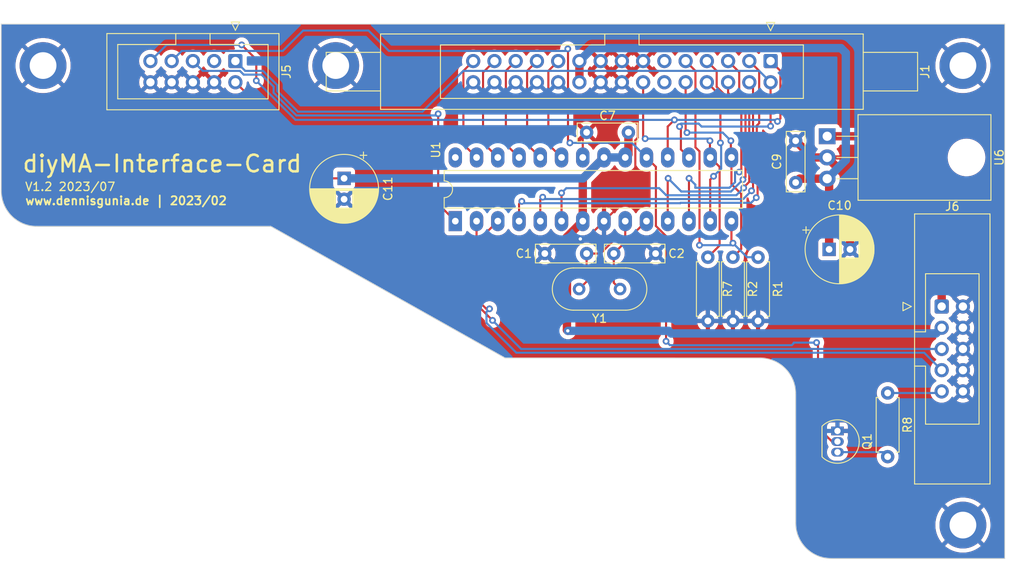
<source format=kicad_pcb>
(kicad_pcb (version 20221018) (generator pcbnew)
  (layers (0 "F.Cu" signal) (31 "B.Cu" signal) (34 "B.Paste" user) (35 "F.Paste" user) (36 "B.SilkS" user "B.Silkscreen") (37 "F.SilkS" user "F.Silkscreen") (38 "B.Mask" user) (39 "F.Mask" user) (44 "Edge.Cuts" user))
  (net 0 "")
  (net 1 "+5V")
  (net 2 "GND")
  (net 3 "+5VA")
  (net 4 "Net-(U1-PB6{slash}XTAL1)")
  (net 5 "Net-(U1-PB7{slash}XTAL2)")
  (net 6 "MATRIX_3")
  (net 10 "MATRIX_7")
  (net 11 "MATRIX_8")
  (net 12 "MATRIX_A")
  (net 13 "MATRIX_B")
  (net 14 "TX")
  (net 15 "MATRIX_C")
  (net 16 "MATRIX_4")
  (net 17 "MATRIX_5")
  (net 18 "MATRIX_6")
  (net 19 "RX")
  (net 20 "\\EVNT")
  (net 21 "Net-(Q1-C)")
  (net 22 "ANALOG_11")
  (net 23 "~{RESET}")
  (net 24 "+12V")
  (net 25 "ANALOG_12")
  (net 27 "ANALOG_13")
  (net 28 "ANALOG_14")
  (net 29 "ANALOG_15")
  (net 30 "ICSP2_MOSI")
  (net 31 "ICSP2_MISO")
  (net 32 "ICSP2_SCK")
  (footprint "Resistor_THT:R_Axial_DIN0207_L6.3mm_D2.5mm_P7.62mm_Horizontal" (layer "F.Cu") (at 127.5 157.94 -90)
    (fp_text reference "R2" (at 3.81 -2.37 -90) (layer "F.SilkS"))
    (fp_text value "10k")
    (pad "1" thru_hole circle (at 0 0 270) (size 1.6 1.6) (drill 0.8) (layers "*.Cu" "*.Mask") (net 13 "MATRIX_B"))
    (pad "2" thru_hole oval (at 7.62 0 270) (size 1.6 1.6) (drill 0.8) (layers "*.Cu" "*.Mask") (net 2 "GND"))
  )
  (footprint "Capacitor_THT:CP_Radial_D8.0mm_P2.50mm" (layer "F.Cu") (at 139 157)
    (fp_text reference "C10" (at 1.25 -5.25) (layer "F.SilkS"))
    (fp_text value "100uF")
    (pad "1" thru_hole rect (at 0 0) (size 1.6 1.6) (drill 0.8) (layers "*.Cu" "*.Mask") (net 3 "+5VA"))
    (pad "2" thru_hole circle (at 2.5 0) (size 1.6 1.6) (drill 0.8) (layers "*.Cu" "*.Mask") (net 2 "GND"))
  )
  (footprint "Capacitor_THT:C_Rect_L7.0mm_W2.0mm_P5.00mm" (layer "F.Cu") (at 135 149 90)
    (fp_text reference "C9" (at 2.5 -2.25 90) (layer "F.SilkS"))
    (fp_text value "100nF")
    (pad "1" thru_hole circle (at 0 0 90) (size 1.6 1.6) (drill 0.8) (layers "*.Cu" "*.Mask") (net 3 "+5VA"))
    (pad "2" thru_hole circle (at 5 0 90) (size 1.6 1.6) (drill 0.8) (layers "*.Cu" "*.Mask") (net 2 "GND"))
  )
  (footprint "Connector_IDC:IDC-Header_2x15_P2.54mm_Latch6.5mm_Vertical" (layer "F.Cu") (at 132 134.46 -90)
    (fp_text reference "J1" (at 1.27 -18.47 90) (layer "F.SilkS"))
    (fp_text value "Conn_02x16_Odd_Even")
    (pad "1" thru_hole roundrect (at 0 0 270) (size 1.7 1.7) (drill 1) (layers "*.Cu" "*.Mask") (roundrect_rratio 0.1470588235) (net 31 "ICSP2_MISO"))
    (pad "2" thru_hole circle (at 2.54 0 270) (size 1.7 1.7) (drill 1) (layers "*.Cu" "*.Mask") (net 30 "ICSP2_MOSI"))
    (pad "3" thru_hole circle (at 0 2.54 270) (size 1.7 1.7) (drill 1) (layers "*.Cu" "*.Mask") (net 6 "MATRIX_3"))
    (pad "4" thru_hole circle (at 2.54 2.54 270) (size 1.7 1.7) (drill 1) (layers "*.Cu" "*.Mask") (net 16 "MATRIX_4"))
    (pad "5" thru_hole circle (at 0 5.08 270) (size 1.7 1.7) (drill 1) (layers "*.Cu" "*.Mask") (net 17 "MATRIX_5"))
    (pad "6" thru_hole circle (at 2.54 5.08 270) (size 1.7 1.7) (drill 1) (layers "*.Cu" "*.Mask") (net 18 "MATRIX_6"))
    (pad "7" thru_hole circle (at 0 7.62 270) (size 1.7 1.7) (drill 1) (layers "*.Cu" "*.Mask") (net 10 "MATRIX_7"))
    (pad "8" thru_hole circle (at 2.54 7.62 270) (size 1.7 1.7) (drill 1) (layers "*.Cu" "*.Mask") (net 11 "MATRIX_8"))
    (pad "9" thru_hole circle (at 0 10.16 270) (size 1.7 1.7) (drill 1) (layers "*.Cu" "*.Mask") (net 12 "MATRIX_A"))
    (pad "10" thru_hole circle (at 2.54 10.16 270) (size 1.7 1.7) (drill 1) (layers "*.Cu" "*.Mask") (net 13 "MATRIX_B"))
    (pad "11" thru_hole circle (at 0 12.7 270) (size 1.7 1.7) (drill 1) (layers "*.Cu" "*.Mask"))
    (pad "12" thru_hole circle (at 2.54 12.7 270) (size 1.7 1.7) (drill 1) (layers "*.Cu" "*.Mask"))
    (pad "13" thru_hole circle (at 0 15.24 270) (size 1.7 1.7) (drill 1) (layers "*.Cu" "*.Mask") (net 2 "GND"))
    (pad "14" thru_hole circle (at 2.54 15.24 270) (size 1.7 1.7) (drill 1) (layers "*.Cu" "*.Mask") (net 15 "MATRIX_C"))
    (pad "15" thru_hole circle (at 0 17.78 270) (size 1.7 1.7) (drill 1) (layers "*.Cu" "*.Mask") (net 2 "GND"))
    (pad "16" thru_hole circle (at 2.54 17.78 270) (size 1.7 1.7) (drill 1) (layers "*.Cu" "*.Mask") (net 2 "GND"))
    (pad "17" thru_hole circle (at 0 20.32 270) (size 1.7 1.7) (drill 1) (layers "*.Cu" "*.Mask") (net 2 "GND"))
    (pad "18" thru_hole circle (at 2.54 20.32 270) (size 1.7 1.7) (drill 1) (layers "*.Cu" "*.Mask") (net 2 "GND"))
    (pad "19" thru_hole circle (at 0 22.86 270) (size 1.7 1.7) (drill 1) (layers "*.Cu" "*.Mask") (net 3 "+5VA"))
    (pad "20" thru_hole circle (at 2.54 22.86 270) (size 1.7 1.7) (drill 1) (layers "*.Cu" "*.Mask") (net 3 "+5VA"))
    (pad "21" thru_hole circle (at 0 25.4 270) (size 1.7 1.7) (drill 1) (layers "*.Cu" "*.Mask") (net 22 "ANALOG_11"))
    (pad "22" thru_hole circle (at 2.54 25.4 270) (size 1.7 1.7) (drill 1) (layers "*.Cu" "*.Mask") (net 2 "GND"))
    (pad "23" thru_hole circle (at 0 27.94 270) (size 1.7 1.7) (drill 1) (layers "*.Cu" "*.Mask") (net 25 "ANALOG_12"))
    (pad "24" thru_hole circle (at 2.54 27.94 270) (size 1.7 1.7) (drill 1) (layers "*.Cu" "*.Mask") (net 2 "GND"))
    (pad "25" thru_hole circle (at 0 30.48 270) (size 1.7 1.7) (drill 1) (layers "*.Cu" "*.Mask") (net 27 "ANALOG_13"))
    (pad "26" thru_hole circle (at 2.54 30.48 270) (size 1.7 1.7) (drill 1) (layers "*.Cu" "*.Mask") (net 2 "GND"))
    (pad "27" thru_hole circle (at 0 33.02 270) (size 1.7 1.7) (drill 1) (layers "*.Cu" "*.Mask") (net 28 "ANALOG_14"))
    (pad "28" thru_hole circle (at 2.54 33.02 270) (size 1.7 1.7) (drill 1) (layers "*.Cu" "*.Mask") (net 2 "GND"))
    (pad "29" thru_hole circle (at 0 35.56 270) (size 1.7 1.7) (drill 1) (layers "*.Cu" "*.Mask") (net 29 "ANALOG_15"))
    (pad "30" thru_hole circle (at 2.54 35.56 270) (size 1.7 1.7) (drill 1) (layers "*.Cu" "*.Mask") (net 2 "GND"))
  )
  (footprint "MountingHole:MountingHole_3.2mm_M3_DIN965_Pad" (layer "F.Cu") (at 45 135)
    (fp_text reference "H4" hide)
    (fp_text value "MountingHole")
    (pad "1" thru_hole circle (at 0 0) (size 5.6 5.6) (drill 3.2) (layers "*.Cu" "*.Mask") (net 2 "GND"))
  )
  (footprint "MountingHole:MountingHole_3.2mm_M3_DIN965_Pad" (layer "F.Cu") (at 155 135)
    (fp_text reference "H6" hide)
    (fp_text value "MountingHole")
    (pad "1" thru_hole circle (at 0 0) (size 5.6 5.6) (drill 3.2) (layers "*.Cu" "*.Mask") (net 2 "GND"))
  )
  (footprint "Package_TO_SOT_THT:TO-92_Inline" (layer "F.Cu") (at 140 178.73 -90)
    (fp_text reference "Q1" (at 1.27 -3.56 90) (layer "F.SilkS"))
    (fp_text value "2N3904")
    (pad "1" thru_hole rect (at 0 0 270) (size 1.05 1.5) (drill 0.75) (layers "*.Cu" "*.Mask") (net 2 "GND"))
    (pad "2" thru_hole oval (at 1.27 0 270) (size 1.05 1.5) (drill 0.75) (layers "*.Cu" "*.Mask") (net 32 "ICSP2_SCK"))
    (pad "3" thru_hole oval (at 2.54 0 270) (size 1.05 1.5) (drill 0.75) (layers "*.Cu" "*.Mask") (net 21 "Net-(Q1-C)"))
  )
  (footprint "Connector_IDC:IDC-Header_2x05_P2.54mm_Latch_Vertical" (layer "F.Cu") (at 152.46 163.84)
    (fp_text reference "J6" (at 1.27 -11.97) (layer "F.SilkS"))
    (fp_text value "Conn_02x05_Odd_Even")
    (pad "1" thru_hole roundrect (at 0 0) (size 1.7 1.7) (drill 1) (layers "*.Cu" "*.Mask") (roundrect_rratio 0.1470588235) (net 24 "+12V"))
    (pad "2" thru_hole circle (at 2.54 0) (size 1.7 1.7) (drill 1) (layers "*.Cu" "*.Mask") (net 2 "GND"))
    (pad "3" thru_hole circle (at 0 2.54) (size 1.7 1.7) (drill 1) (layers "*.Cu" "*.Mask") (net 1 "+5V"))
    (pad "4" thru_hole circle (at 2.54 2.54) (size 1.7 1.7) (drill 1) (layers "*.Cu" "*.Mask") (net 2 "GND"))
    (pad "5" thru_hole circle (at 0 5.08) (size 1.7 1.7) (drill 1) (layers "*.Cu" "*.Mask") (net 14 "TX"))
    (pad "6" thru_hole circle (at 2.54 5.08) (size 1.7 1.7) (drill 1) (layers "*.Cu" "*.Mask") (net 2 "GND"))
    (pad "7" thru_hole circle (at 0 7.62) (size 1.7 1.7) (drill 1) (layers "*.Cu" "*.Mask") (net 19 "RX"))
    (pad "8" thru_hole circle (at 2.54 7.62) (size 1.7 1.7) (drill 1) (layers "*.Cu" "*.Mask") (net 2 "GND"))
    (pad "9" thru_hole circle (at 0 10.16) (size 1.7 1.7) (drill 1) (layers "*.Cu" "*.Mask") (net 20 "\\EVNT"))
    (pad "10" thru_hole circle (at 2.54 10.16) (size 1.7 1.7) (drill 1) (layers "*.Cu" "*.Mask") (net 2 "GND"))
  )
  (footprint "Crystal:Crystal_HC18-U_Vertical" (layer "F.Cu") (at 114 161.75 180)
    (fp_text reference "Y1" (at 2.45 -3.525) (layer "F.SilkS"))
    (fp_text value "16MHz")
    (pad "1" thru_hole circle (at 0 0 180) (size 1.5 1.5) (drill 0.8) (layers "*.Cu" "*.Mask") (net 5 "Net-(U1-PB7{slash}XTAL2)"))
    (pad "2" thru_hole circle (at 4.9 0 180) (size 1.5 1.5) (drill 0.8) (layers "*.Cu" "*.Mask") (net 4 "Net-(U1-PB6{slash}XTAL1)"))
  )
  (footprint "Capacitor_THT:C_Rect_L7.0mm_W2.0mm_P5.00mm" (layer "F.Cu") (at 118.25 157.5 180)
    (fp_text reference "C2" (at -2.5 0) (layer "F.SilkS"))
    (fp_text value "33pF")
    (pad "1" thru_hole circle (at 0 0 180) (size 1.6 1.6) (drill 0.8) (layers "*.Cu" "*.Mask") (net 2 "GND"))
    (pad "2" thru_hole circle (at 5 0 180) (size 1.6 1.6) (drill 0.8) (layers "*.Cu" "*.Mask") (net 5 "Net-(U1-PB7{slash}XTAL2)"))
  )
  (footprint "MountingHole:MountingHole_3.2mm_M3_DIN965_Pad" (layer "F.Cu") (at 80 135)
    (fp_text reference "H6" hide)
    (fp_text value "MountingHole")
    (pad "1" thru_hole circle (at 0 0) (size 5.6 5.6) (drill 3.2) (layers "*.Cu" "*.Mask") (net 2 "GND"))
  )
  (footprint "Resistor_THT:R_Axial_DIN0207_L6.3mm_D2.5mm_P7.62mm_Horizontal" (layer "F.Cu") (at 124.5 157.94 -90)
    (fp_text reference "R7" (at 3.81 -2.37 90) (layer "F.SilkS"))
    (fp_text value "10k")
    (pad "1" thru_hole circle (at 0 0 270) (size 1.6 1.6) (drill 0.8) (layers "*.Cu" "*.Mask") (net 15 "MATRIX_C"))
    (pad "2" thru_hole oval (at 7.62 0 270) (size 1.6 1.6) (drill 0.8) (layers "*.Cu" "*.Mask") (net 2 "GND"))
  )
  (footprint "Connector_IDC:IDC-Header_2x05_P2.54mm_Vertical" (layer "F.Cu") (at 68 134.46 -90)
    (fp_text reference "J5" (at 1.27 -6.1 90) (layer "F.SilkS"))
    (fp_text value "Conn_02x05_Odd_Even")
    (pad "1" thru_hole roundrect (at 0 0 270) (size 1.7 1.7) (drill 1) (layers "*.Cu" "*.Mask") (roundrect_rratio 0.1470588235) (net 30 "ICSP2_MOSI"))
    (pad "2" thru_hole circle (at 2.54 0 270) (size 1.7 1.7) (drill 1) (layers "*.Cu" "*.Mask") (net 1 "+5V"))
    (pad "3" thru_hole circle (at 0 2.54 270) (size 1.7 1.7) (drill 1) (layers "*.Cu" "*.Mask"))
    (pad "4" thru_hole circle (at 2.54 2.54 270) (size 1.7 1.7) (drill 1) (layers "*.Cu" "*.Mask") (net 2 "GND"))
    (pad "5" thru_hole circle (at 0 5.08 270) (size 1.7 1.7) (drill 1) (layers "*.Cu" "*.Mask") (net 23 "~{RESET}"))
    (pad "6" thru_hole circle (at 2.54 5.08 270) (size 1.7 1.7) (drill 1) (layers "*.Cu" "*.Mask") (net 2 "GND"))
    (pad "7" thru_hole circle (at 0 7.62 270) (size 1.7 1.7) (drill 1) (layers "*.Cu" "*.Mask") (net 32 "ICSP2_SCK"))
    (pad "8" thru_hole circle (at 2.54 7.62 270) (size 1.7 1.7) (drill 1) (layers "*.Cu" "*.Mask") (net 2 "GND"))
    (pad "9" thru_hole circle (at 0 10.16 270) (size 1.7 1.7) (drill 1) (layers "*.Cu" "*.Mask") (net 31 "ICSP2_MISO"))
    (pad "10" thru_hole circle (at 2.54 10.16 270) (size 1.7 1.7) (drill 1) (layers "*.Cu" "*.Mask") (net 2 "GND"))
  )
  (footprint "Resistor_THT:R_Axial_DIN0207_L6.3mm_D2.5mm_P7.62mm_Horizontal" (layer "F.Cu") (at 146 174.19 -90)
    (fp_text reference "R8" (at 3.81 -2.37 90) (layer "F.SilkS"))
    (fp_text value "100")
    (pad "1" thru_hole circle (at 0 0 270) (size 1.6 1.6) (drill 0.8) (layers "*.Cu" "*.Mask") (net 20 "\\EVNT"))
    (pad "2" thru_hole oval (at 7.62 0 270) (size 1.6 1.6) (drill 0.8) (layers "*.Cu" "*.Mask") (net 21 "Net-(Q1-C)"))
  )
  (footprint "Capacitor_THT:CP_Radial_D8.0mm_P2.50mm" (layer "F.Cu") (at 81 148.5 -90)
    (fp_text reference "C11" (at 1.25 -5.25 90) (layer "F.SilkS"))
    (fp_text value "100uF")
    (pad "1" thru_hole rect (at 0 0 270) (size 1.6 1.6) (drill 0.8) (layers "*.Cu" "*.Mask") (net 1 "+5V"))
    (pad "2" thru_hole circle (at 2.5 0 270) (size 1.6 1.6) (drill 0.8) (layers "*.Cu" "*.Mask") (net 2 "GND"))
  )
  (footprint "Capacitor_THT:C_Rect_L7.0mm_W2.0mm_P5.00mm" (layer "F.Cu") (at 105 157.5)
    (fp_text reference "C1" (at -2.5 0) (layer "F.SilkS"))
    (fp_text value "33pF")
    (pad "1" thru_hole circle (at 0 0) (size 1.6 1.6) (drill 0.8) (layers "*.Cu" "*.Mask") (net 2 "GND"))
    (pad "2" thru_hole circle (at 5 0) (size 1.6 1.6) (drill 0.8) (layers "*.Cu" "*.Mask") (net 4 "Net-(U1-PB6{slash}XTAL1)"))
  )
  (footprint "MountingHole:MountingHole_3.2mm_M3_DIN965_Pad" (layer "F.Cu") (at 155 190)
    (fp_text reference "H8" hide)
    (fp_text value "MountingHole")
    (pad "1" thru_hole circle (at 0 0) (size 5.6 5.6) (drill 3.2) (layers "*.Cu" "*.Mask") (net 2 "GND"))
  )
  (footprint "Resistor_THT:R_Axial_DIN0207_L6.3mm_D2.5mm_P7.62mm_Horizontal" (layer "F.Cu") (at 130.5 157.94 -90)
    (fp_text reference "R1" (at 3.81 -2.37 90) (layer "F.SilkS"))
    (fp_text value "10k")
    (pad "1" thru_hole circle (at 0 0 270) (size 1.6 1.6) (drill 0.8) (layers "*.Cu" "*.Mask") (net 12 "MATRIX_A"))
    (pad "2" thru_hole oval (at 7.62 0 270) (size 1.6 1.6) (drill 0.8) (layers "*.Cu" "*.Mask") (net 2 "GND"))
  )
  (footprint "Package_TO_SOT_THT:TO-220-3_Horizontal_TabDown" (layer "F.Cu") (at 138.77 143.46 -90)
    (fp_text reference "U6" (at 2.54 -20.58 90) (layer "F.SilkS"))
    (fp_text value "L7805")
    (pad "" np_thru_hole oval (at 2.54 -16.66 270) (size 3.5 3.5) (drill 3.5) (layers "*.Cu" "*.Mask"))
    (pad "1" thru_hole rect (at 0 0 270) (size 1.905 2) (drill 1.1) (layers "*.Cu" "*.Mask") (net 24 "+12V"))
    (pad "2" thru_hole oval (at 2.54 0 270) (size 1.905 2) (drill 1.1) (layers "*.Cu" "*.Mask") (net 2 "GND"))
    (pad "3" thru_hole oval (at 5.08 0 270) (size 1.905 2) (drill 1.1) (layers "*.Cu" "*.Mask") (net 3 "+5VA"))
  )
  (footprint "Package_DIP:DIP-28_W7.62mm_LongPads" (layer "F.Cu") (at 94.3 153.62 90)
    (fp_text reference "U1" (at 8.525 -2.33 90) (layer "F.SilkS"))
    (fp_text value "ATmega8-16P")
    (pad "1" thru_hole rect (at 0 0 90) (size 2.4 1.6) (drill 0.8) (layers "*.Cu" "*.Mask") (net 23 "~{RESET}"))
    (pad "2" thru_hole oval (at 0 2.54 90) (size 2.4 1.6) (drill 0.8) (layers "*.Cu" "*.Mask") (net 14 "TX"))
    (pad "3" thru_hole oval (at 0 5.08 90) (size 2.4 1.6) (drill 0.8) (layers "*.Cu" "*.Mask") (net 19 "RX"))
    (pad "4" thru_hole oval (at 0 7.62 90) (size 2.4 1.6) (drill 0.8) (layers "*.Cu" "*.Mask") (net 6 "MATRIX_3"))
    (pad "5" thru_hole oval (at 0 10.16 90) (size 2.4 1.6) (drill 0.8) (layers "*.Cu" "*.Mask") (net 16 "MATRIX_4"))
    (pad "6" thru_hole oval (at 0 12.7 90) (size 2.4 1.6) (drill 0.8) (layers "*.Cu" "*.Mask") (net 17 "MATRIX_5"))
    (pad "7" thru_hole oval (at 0 15.24 90) (size 2.4 1.6) (drill 0.8) (layers "*.Cu" "*.Mask") (net 1 "+5V"))
    (pad "8" thru_hole oval (at 0 17.78 90) (size 2.4 1.6) (drill 0.8) (layers "*.Cu" "*.Mask") (net 2 "GND"))
    (pad "9" thru_hole oval (at 0 20.32 90) (size 2.4 1.6) (drill 0.8) (layers "*.Cu" "*.Mask") (net 4 "Net-(U1-PB6{slash}XTAL1)"))
    (pad "10" thru_hole oval (at 0 22.86 90) (size 2.4 1.6) (drill 0.8) (layers "*.Cu" "*.Mask") (net 5 "Net-(U1-PB7{slash}XTAL2)"))
    (pad "11" thru_hole oval (at 0 25.4 90) (size 2.4 1.6) (drill 0.8) (layers "*.Cu" "*.Mask") (net 18 "MATRIX_6"))
    (pad "12" thru_hole oval (at 0 27.94 90) (size 2.4 1.6) (drill 0.8) (layers "*.Cu" "*.Mask") (net 10 "MATRIX_7"))
    (pad "13" thru_hole oval (at 0 30.48 90) (size 2.4 1.6) (drill 0.8) (layers "*.Cu" "*.Mask") (net 11 "MATRIX_8"))
    (pad "14" thru_hole oval (at 0 33.02 90) (size 2.4 1.6) (drill 0.8) (layers "*.Cu" "*.Mask") (net 12 "MATRIX_A"))
    (pad "15" thru_hole oval (at 7.62 33.02 90) (size 2.4 1.6) (drill 0.8) (layers "*.Cu" "*.Mask") (net 13 "MATRIX_B"))
    (pad "16" thru_hole oval (at 7.62 30.48 90) (size 2.4 1.6) (drill 0.8) (layers "*.Cu" "*.Mask") (net 15 "MATRIX_C"))
    (pad "17" thru_hole oval (at 7.62 27.94 90) (size 2.4 1.6) (drill 0.8) (layers "*.Cu" "*.Mask") (net 30 "ICSP2_MOSI"))
    (pad "18" thru_hole oval (at 7.62 25.4 90) (size 2.4 1.6) (drill 0.8) (layers "*.Cu" "*.Mask") (net 31 "ICSP2_MISO"))
    (pad "19" thru_hole oval (at 7.62 22.86 90) (size 2.4 1.6) (drill 0.8) (layers "*.Cu" "*.Mask") (net 32 "ICSP2_SCK"))
    (pad "20" thru_hole oval (at 7.62 20.32 90) (size 2.4 1.6) (drill 0.8) (layers "*.Cu" "*.Mask") (net 1 "+5V"))
    (pad "21" thru_hole oval (at 7.62 17.78 90) (size 2.4 1.6) (drill 0.8) (layers "*.Cu" "*.Mask") (net 1 "+5V"))
    (pad "22" thru_hole oval (at 7.62 15.24 90) (size 2.4 1.6) (drill 0.8) (layers "*.Cu" "*.Mask") (net 2 "GND"))
    (pad "23" thru_hole oval (at 7.62 12.7 90) (size 2.4 1.6) (drill 0.8) (layers "*.Cu" "*.Mask") (net 22 "ANALOG_11"))
    (pad "24" thru_hole oval (at 7.62 10.16 90) (size 2.4 1.6) (drill 0.8) (layers "*.Cu" "*.Mask") (net 25 "ANALOG_12"))
    (pad "25" thru_hole oval (at 7.62 7.62 90) (size 2.4 1.6) (drill 0.8) (layers "*.Cu" "*.Mask") (net 27 "ANALOG_13"))
    (pad "26" thru_hole oval (at 7.62 5.08 90) (size 2.4 1.6) (drill 0.8) (layers "*.Cu" "*.Mask") (net 28 "ANALOG_14"))
    (pad "27" thru_hole oval (at 7.62 2.54 90) (size 2.4 1.6) (drill 0.8) (layers "*.Cu" "*.Mask") (net 29 "ANALOG_15"))
    (pad "28" thru_hole oval (at 7.62 0 90) (size 2.4 1.6) (drill 0.8) (layers "*.Cu" "*.Mask"))
  )
  (footprint "Capacitor_THT:C_Rect_L7.0mm_W2.0mm_P5.00mm" (layer "F.Cu") (at 115 143 180)
    (fp_text reference "C7" (at 2.5 2) (layer "F.SilkS"))
    (fp_text value "100nF")
    (pad "1" thru_hole circle (at 0 0 180) (size 1.6 1.6) (drill 0.8) (layers "*.Cu" "*.Mask") (net 1 "+5V"))
    (pad "2" thru_hole circle (at 5 0 180) (size 1.6 1.6) (drill 0.8) (layers "*.Cu" "*.Mask") (net 2 "GND"))
  )
  (gr_line (start 100.25 170) (end 130.744796 170.005204) (stroke (width 0.1)) (layer "Edge.Cuts"))
  (gr_line (start 160 130.038) (end 40 130.038) (stroke (width 0.1)) (layer "Edge.Cuts"))
  (gr_line (start 139.25 194) (end 160 194) (stroke (width 0.1)) (layer "Edge.Cuts"))
  (gr_arc (start 130.744796 170.005204) (mid 133.75 171.25) (end 134.994796 174.255204) (stroke (width 0.1)) (layer "Edge.Cuts"))
  (gr_line (start 44.25 154.25) (end 72.25 154.25) (stroke (width 0.1)) (layer "Edge.Cuts"))
  (gr_line (start 72.25 154.25) (end 100.25 170) (stroke (width 0.1)) (layer "Edge.Cuts"))
  (gr_line (start 40 130.038) (end 40 150) (stroke (width 0.1)) (layer "Edge.Cuts"))
  (gr_arc (start 139.25 194) (mid 136.244796 192.755204) (end 135 189.75) (stroke (width 0.1)) (layer "Edge.Cuts"))
  (gr_arc (start 44.25 154.25) (mid 41.244796 153.005204) (end 40 150) (stroke (width 0.1)) (layer "Edge.Cuts"))
  (gr_line (start 134.994796 174.255204) (end 135 189.75) (stroke (width 0.1)) (layer "Edge.Cuts"))
  (gr_line (start 160 194) (end 160 130.038) (stroke (width 0.1)) (layer "Edge.Cuts"))
  (gr_text "V1.2 2023/07" (at 48.25 149.5) (layer "F.SilkS") (effects (font (size 1 1))))
  (gr_text "diyMA-Interface-Card" (at 59.25 146.75) (layer "F.SilkS") (effects (font (size 2 2) (thickness 0.3))))
  (gr_text "www.dennisgunia.de | 2023/02" (at 54.93 151.18) (layer "F.SilkS") (effects (font (size 1 1) (thickness 0.2))))
  (segment (start 115 145.62) (end 114.62 146) (width 1) (layer "F.Cu") (net 1))
  (segment (start 107.65 155.51) (end 109.54 153.62) (width 1) (layer "F.Cu") (net 1))
  (segment (start 109.54 153.62) (end 109.54 148.54) (width 1) (layer "F.Cu") (net 1))
  (segment (start 115 143) (end 115 145.62) (width 1) (layer "F.Cu") (net 1))
  (segment (start 68 137) (end 79.5 148.5) (width 0.25) (layer "F.Cu") (net 1))
  (segment (start 79.5 148.5) (end 81 148.5) (width 0.25) (layer "F.Cu") (net 1))
  (segment (start 109.54 148.54) (end 112.08 146) (width 1) (layer "F.Cu") (net 1))
  (segment (start 107.65 166.65) (end 107.65 155.51) (width 1) (layer "F.Cu") (net 1))
  (segment (start 107.75 166.75) (end 107.65 166.65) (width 1) (layer "F.Cu") (net 1))
  (via (at 107.75 166.75) (size 0.8) (drill 0.4) (layers "F.Cu" "B.Cu") (net 1))
  (segment (start 120.115635 167.06) (end 119.805635 166.75) (width 1) (layer "B.Cu") (net 1))
  (segment (start 151.78 167.06) (end 120.115635 167.06) (width 1) (layer "B.Cu") (net 1))
  (segment (start 152.46 166.38) (end 151.78 167.06) (width 1) (layer "B.Cu") (net 1))
  (segment (start 112.08 146) (end 109.58 148.5) (width 1) (layer "B.Cu") (net 1))
  (segment (start 119.805635 166.75) (end 107.75 166.75) (width 1) (layer "B.Cu") (net 1))
  (segment (start 109.58 148.5) (end 81 148.5) (width 1) (layer "B.Cu") (net 1))
  (segment (start 112.08 146) (end 114.62 146) (width 1) (layer "B.Cu") (net 1))
  (segment (start 115.825 149.875) (end 115.825 143.925) (width 0.25) (layer "F.Cu") (net 2))
  (segment (start 141.5 157) (end 141.5 148.73) (width 1) (layer "F.Cu") (net 2))
  (segment (start 109.54 143.46) (end 110 143) (width 0.25) (layer "F.Cu") (net 2))
  (segment (start 135 144) (end 137 146) (width 1) (layer "F.Cu") (net 2))
  (segment (start 141.5 148.73) (end 138.77 146) (width 1) (layer "F.Cu") (net 2))
  (segment (start 112.08 153.62) (end 109.95 155.75) (width 0.25) (layer "F.Cu") (net 2))
  (segment (start 116.125 138.905) (end 114.22 137) (width 0.25) (layer "F.Cu") (net 2))
  (segment (start 116.125 143.625) (end 116.125 138.905) (width 0.25) (layer "F.Cu") (net 2))
  (segment (start 112.08 153.62) (end 115.825 149.875) (width 0.25) (layer "F.Cu") (net 2))
  (segment (start 137 146) (end 138.77 146) (width 1) (layer "F.Cu") (net 2))
  (segment (start 115.825 143.925) (end 116.125 143.625) (width 0.25) (layer "F.Cu") (net 2))
  (segment (start 109.95 155.75) (end 109.25 155.75) (width 0.25) (layer "F.Cu") (net 2))
  (segment (start 109.54 146) (end 109.54 143.46) (width 0.25) (layer "F.Cu") (net 2))
  (via (at 109.25 155.75) (size 0.8) (drill 0.4) (layers "F.Cu" "B.Cu") (net 2))
  (segment (start 106.5 156) (end 105 157.5) (width 0.25) (layer "B.Cu") (net 2))
  (segment (start 109.25 155.75) (end 109 156) (width 0.25) (layer "B.Cu") (net 2))
  (segment (start 109 156) (end 106.5 156) (width 0.25) (layer "B.Cu") (net 2))
  (segment (start 139 148.77) (end 138.77 148.54) (width 1) (layer "F.Cu") (net 3))
  (segment (start 138.77 148.54) (end 135.46 148.54) (width 1) (layer "F.Cu") (net 3))
  (segment (start 139 157) (end 139 148.77) (width 1) (layer "F.Cu") (net 3))
  (segment (start 135.46 148.54) (end 135 149) (width 1) (layer "F.Cu") (net 3))
  (segment (start 109.14 134.46) (end 109.14 137) (width 1) (layer "F.Cu") (net 3))
  (segment (start 110.69 132.91) (end 140.41 132.91) (width 1) (layer "B.Cu") (net 3))
  (segment (start 140.41 132.91) (end 141 133.5) (width 1) (layer "B.Cu") (net 3))
  (segment (start 141 146.31) (end 141 133.5) (width 1) (layer "B.Cu") (net 3))
  (segment (start 109.14 134.46) (end 110.69 132.91) (width 1) (layer "B.Cu") (net 3))
  (segment (start 138.77 148.54) (end 141 146.31) (width 1) (layer "B.Cu") (net 3))
  (segment (start 110 160.85) (end 109.1 161.75) (width 0.25) (layer "F.Cu") (net 4))
  (segment (start 113.409009 155.75) (end 114.25 155.75) (width 0.25) (layer "F.Cu") (net 4))
  (segment (start 110 157.5) (end 110 160.85) (width 0.25) (layer "F.Cu") (net 4))
  (segment (start 110 157.5) (end 111.659009 157.5) (width 0.25) (layer "F.Cu") (net 4))
  (segment (start 114.62 155.38) (end 114.62 153.62) (width 0.25) (layer "F.Cu") (net 4))
  (segment (start 111.659009 157.5) (end 113.409009 155.75) (width 0.25) (layer "F.Cu") (net 4))
  (segment (start 114.25 155.75) (end 114.62 155.38) (width 0.25) (layer "F.Cu") (net 4))
  (segment (start 113.25 161) (end 114 161.75) (width 0.25) (layer "F.Cu") (net 5))
  (segment (start 113.25 157.5) (end 117.13 153.62) (width 0.25) (layer "F.Cu") (net 5))
  (segment (start 117.13 153.62) (end 117.16 153.62) (width 0.25) (layer "F.Cu") (net 5))
  (segment (start 113.25 157.5) (end 113.25 161) (width 0.25) (layer "F.Cu") (net 5))
  (segment (start 130.35 142.186396) (end 130.35 145.75) (width 0.25) (layer "F.Cu") (net 6))
  (segment (start 129.46 134.46) (end 130.635 135.635) (width 0.25) (layer "F.Cu") (net 6))
  (segment (start 130.35 145.75) (end 130.35 148.25) (width 0.25) (layer "F.Cu") (net 6))
  (segment (start 130.447051 150.650308) (end 130.289754 150.807605) (width 0.25) (layer "F.Cu") (net 6))
  (segment (start 130.35 148.25) (end 130.447051 148.347051) (width 0.25) (layer "F.Cu") (net 6))
  (segment (start 130.635 141.901396) (end 130.35 142.186396) (width 0.25) (layer "F.Cu") (net 6))
  (segment (start 130.635 135.635) (end 130.635 141.901396) (width 0.25) (layer "F.Cu") (net 6))
  (segment (start 130.447051 148.347051) (end 130.447051 150.650308) (width 0.25) (layer "F.Cu") (net 6))
  (segment (start 101.92 151.58) (end 101.92 153.62) (width 0.25) (layer "F.Cu") (net 6))
  (segment (start 102.25 151.25) (end 101.92 151.58) (width 0.25) (layer "F.Cu") (net 6))
  (via (at 102.25 151.25) (size 0.8) (drill 0.4) (layers "F.Cu" "B.Cu") (net 6))
  (via (at 130.289754 150.807605) (size 0.8) (drill 0.4) (layers "F.Cu" "B.Cu") (net 6))
  (segment (start 102.475 151.475) (end 102.25 151.25) (width 0.25) (layer "B.Cu") (net 6))
  (segment (start 130.289754 150.807605) (end 129.672359 151.425) (width 0.25) (layer "B.Cu") (net 6))
  (segment (start 121.25 151.425) (end 121.2 151.475) (width 0.25) (layer "B.Cu") (net 6))
  (segment (start 121.2 151.475) (end 102.475 151.475) (width 0.25) (layer "B.Cu") (net 6))
  (segment (start 129.672359 151.425) (end 121.25 151.425) (width 0.25) (layer "B.Cu") (net 6))
  (segment (start 122.24 148.51) (end 122.24 153.62) (width 0.25) (layer "F.Cu") (net 10))
  (segment (start 122.25 148.5) (end 122.24 148.51) (width 0.25) (layer "F.Cu") (net 10))
  (segment (start 124.38 134.46) (end 125.555 135.635) (width 0.25) (layer "F.Cu") (net 10))
  (segment (start 125.555 137.538604) (end 128.5 140.483604) (width 0.25) (layer "F.Cu") (net 10))
  (segment (start 125.555 135.635) (end 125.555 137.538604) (width 0.25) (layer "F.Cu") (net 10))
  (segment (start 128.5 147.5) (end 128.25 147.75) (width 0.25) (layer "F.Cu") (net 10))
  (segment (start 128.5 140.483604) (end 128.5 147.5) (width 0.25) (layer "F.Cu") (net 10))
  (via (at 122.25 148.5) (size 0.8) (drill 0.4) (layers "F.Cu" "B.Cu") (net 10))
  (via (at 128.25 147.75) (size 0.8) (drill 0.4) (layers "F.Cu" "B.Cu") (net 10))
  (segment (start 127.75 148.954577) (end 127.079577 149.625) (width 0.25) (layer "B.Cu") (net 10))
  (segment (start 127.079577 149.625) (end 123 149.625) (width 0.25) (layer "B.Cu") (net 10))
  (segment (start 123 149.625) (end 123 149.25) (width 0.25) (layer "B.Cu") (net 10))
  (segment (start 128.25 147.75) (end 127.75 147.75) (width 0.25) (layer "B.Cu") (net 10))
  (segment (start 127.75 147.75) (end 127.75 148.954577) (width 0.25) (layer "B.Cu") (net 10))
  (segment (start 123 149.25) (end 122.25 148.5) (width 0.25) (layer "B.Cu") (net 10))
  (segment (start 124.78 148.6505) (end 125.1805 148.25) (width 0.25) (layer "F.Cu") (net 11))
  (segment (start 126 138.62) (end 124.38 137) (width 0.25) (layer "F.Cu") (net 11))
  (segment (start 126 144.25) (end 126 138.62) (width 0.25) (layer "F.Cu") (net 11))
  (segment (start 124.78 153.62) (end 124.78 148.6505) (width 0.25) (layer "F.Cu") (net 11))
  (via (at 126 144.25) (size 0.8) (drill 0.4) (layers "F.Cu" "B.Cu") (net 11))
  (via (at 125.1805 148.25) (size 0.8) (drill 0.4) (layers "F.Cu" "B.Cu") (net 11))
  (segment (start 125.1805 148.25) (end 126.089104 147.341396) (width 0.25) (layer "B.Cu") (net 11))
  (segment (start 126.089104 147.341396) (end 126.089104 144.339104) (width 0.25) (layer "B.Cu") (net 11))
  (segment (start 126.089104 144.339104) (end 126 144.25) (width 0.25) (layer "B.Cu") (net 11))
  (segment (start 123.5 145.26901) (end 123.5 156.5) (width 0.25) (layer "F.Cu") (net 12))
  (segment (start 121.84 134.46) (end 123.015 135.635) (width 0.25) (layer "F.Cu") (net 12))
  (segment (start 127.5 156.25) (end 127.32 156.07) (width 0.25) (layer "F.Cu") (net 12))
  (segment (start 123.015 144.78401) (end 123.5 145.26901) (width 0.25) (layer "F.Cu") (net 12))
  (segment (start 123.015 135.635) (end 123.015 144.78401) (width 0.25) (layer "F.Cu") (net 12))
  (segment (start 127.32 156.07) (end 127.32 153.62) (width 0.25) (layer "F.Cu") (net 12))
  (via (at 123.5 156.5) (size 0.8) (drill 0.4) (layers "F.Cu" "B.Cu") (net 12))
  (via (at 127.5 156.25) (size 0.8) (drill 0.4) (layers "F.Cu" "B.Cu") (net 12))
  (segment (start 127.25 156.5) (end 127.5 156.25) (width 0.25) (layer "B.Cu") (net 12))
  (segment (start 127.5 156.25) (end 129.19 157.94) (width 0.25) (layer "B.Cu") (net 12))
  (segment (start 129.19 157.94) (end 130.5 157.94) (width 0.25) (layer "B.Cu") (net 12))
  (segment (start 123.5 156.5) (end 127.25 156.5) (width 0.25) (layer "B.Cu") (net 12))
  (segment (start 127.5 157.94) (end 128.483781 156.956219) (width 0.25) (layer "F.Cu") (net 13))
  (segment (start 127.25 144) (end 127.25 145.93) (width 0.25) (layer "F.Cu") (net 13))
  (segment (start 128.483781 150.364682) (end 127.32 149.200901) (width 0.25) (layer "F.Cu") (net 13))
  (segment (start 127.32 149.200901) (end 127.32 146) (width 0.25) (layer "F.Cu") (net 13))
  (segment (start 127.25 145.93) (end 127.32 146) (width 0.25) (layer "F.Cu") (net 13))
  (segment (start 121.84 142.8655) (end 122 143.0255) (width 0.25) (layer "F.Cu") (net 13))
  (segment (start 121.84 137) (end 121.84 142.8655) (width 0.25) (layer "F.Cu") (net 13))
  (segment (start 128.483781 156.956219) (end 128.483781 150.364682) (width 0.25) (layer "F.Cu") (net 13))
  (via (at 127.25 144) (size 0.8) (drill 0.4) (layers "F.Cu" "B.Cu") (net 13))
  (via (at 122 143.0255) (size 0.8) (drill 0.4) (layers "F.Cu" "B.Cu") (net 13))
  (segment (start 126.2755 143.0255) (end 127.25 144) (width 0.25) (layer "B.Cu") (net 13))
  (segment (start 122 143.0255) (end 126.2755 143.0255) (width 0.25) (layer "B.Cu") (net 13))
  (segment (start 98.75 165.5) (end 96.84 163.59) (width 0.25) (layer "F.Cu") (net 14))
  (segment (start 96.84 163.59) (end 96.84 153.62) (width 0.25) (layer "F.Cu") (net 14))
  (via (at 98.75 165.5) (size 0.8) (drill 0.4) (layers "F.Cu" "B.Cu") (net 14))
  (segment (start 102.17 168.92) (end 98.75 165.5) (width 0.25) (layer "B.Cu") (net 14))
  (segment (start 152.46 168.92) (end 102.17 168.92) (width 0.25) (layer "B.Cu") (net 14))
  (segment (start 124.78 146) (end 125.905 147.125) (width 0.25) (layer "F.Cu") (net 15))
  (segment (start 125.905 147.125) (end 125.905 156.535) (width 0.25) (layer "F.Cu") (net 15))
  (segment (start 124.75 144) (end 124.75 145.97) (width 0.25) (layer "F.Cu") (net 15))
  (segment (start 116.76 137) (end 116.76 143.51) (width 0.25) (layer "F.Cu") (net 15))
  (segment (start 124.75 145.97) (end 124.78 146) (width 0.25) (layer "F.Cu") (net 15))
  (segment (start 124.5 157.94) (end 125.905 156.535) (width 0.25) (layer "F.Cu") (net 15))
  (segment (start 116.76 143.51) (end 117 143.75) (width 0.25) (layer "F.Cu") (net 15))
  (via (at 117 143.75) (size 0.8) (drill 0.4) (layers "F.Cu" "B.Cu") (net 15))
  (via (at 124.75 144) (size 0.8) (drill 0.4) (layers "F.Cu" "B.Cu") (net 15))
  (segment (start 124.5 143.75) (end 124.75 144) (width 0.25) (layer "B.Cu") (net 15))
  (segment (start 117 143.75) (end 124.5 143.75) (width 0.25) (layer "B.Cu") (net 15))
  (segment (start 129.9 142) (end 129.9 149.807027) (width 0.25) (layer "F.Cu") (net 16))
  (segment (start 104.46 151.04) (end 104.46 153.62) (width 0.25) (layer "F.Cu") (net 16))
  (segment (start 129.9 149.807027) (end 129.722051 149.984976) (width 0.25) (layer "F.Cu") (net 16))
  (segment (start 129.46 137) (end 129.9 137.44) (width 0.25) (layer "F.Cu") (net 16))
  (segment (start 129.9 137.44) (end 129.9 142) (width 0.25) (layer "F.Cu") (net 16))
  (segment (start 104.75 150.75) (end 104.46 151.04) (width 0.25) (layer "F.Cu") (net 16))
  (via (at 104.75 150.75) (size 0.8) (drill 0.4) (layers "F.Cu" "B.Cu") (net 16))
  (via (at 129.722051 149.984976) (size 0.8) (drill 0.4) (layers "F.Cu" "B.Cu") (net 16))
  (segment (start 128.732027 150.975) (end 104.975 150.975) (width 0.25) (layer "B.Cu") (net 16))
  (segment (start 104.975 150.975) (end 104.75 150.75) (width 0.25) (layer "B.Cu") (net 16))
  (segment (start 129.722051 149.984976) (end 128.732027 150.975) (width 0.25) (layer "B.Cu") (net 16))
  (segment (start 126.92 134.46) (end 128.25 135.79) (width 0.25) (layer "F.Cu") (net 17))
  (segment (start 107 150.25) (end 107 153.62) (width 0.25) (layer "F.Cu") (net 17))
  (segment (start 129.45 140.160812) (end 129.45 143.5) (width 0.25) (layer "F.Cu") (net 17))
  (segment (start 129.45 148.916278) (end 128.997296 149.368982) (width 0.25) (layer "F.Cu") (net 17))
  (segment (start 129.45 143.5) (end 129.45 148.527369) (width 0.25) (layer "F.Cu") (net 17))
  (segment (start 128.997296 149.426472) (end 128.784086 149.639682) (width 0.25) (layer "F.Cu") (net 17))
  (segment (start 128.25 138.960812) (end 128.526396 139.237208) (width 0.25) (layer "F.Cu") (net 17))
  (segment (start 128.526396 139.237208) (end 129.45 140.160812) (width 0.25) (layer "F.Cu") (net 17))
  (segment (start 129.45 148.527369) (end 129.45 148.916278) (width 0.25) (layer "F.Cu") (net 17))
  (segment (start 128.997296 149.368982) (end 128.997296 149.426472) (width 0.25) (layer "F.Cu") (net 17))
  (segment (start 128.25 135.79) (end 128.25 138.960812) (width 0.25) (layer "F.Cu") (net 17))
  (via (at 107 150.25) (size 0.8) (drill 0.4) (layers "F.Cu" "B.Cu") (net 17))
  (via (at 128.784086 149.639682) (size 0.8) (drill 0.4) (layers "F.Cu" "B.Cu") (net 17))
  (segment (start 118.675 149.675) (end 119.525 150.525) (width 0.25) (layer "B.Cu") (net 17))
  (segment (start 107 150.25) (end 107.575 149.675) (width 0.25) (layer "B.Cu") (net 17))
  (segment (start 127.898768 150.525) (end 128.784086 149.639682) (width 0.25) (layer "B.Cu") (net 17))
  (segment (start 119.525 150.525) (end 127.898768 150.525) (width 0.25) (layer "B.Cu") (net 17))
  (segment (start 107.575 149.675) (end 118.675 149.675) (width 0.25) (layer "B.Cu") (net 17))
  (segment (start 129 142.25) (end 129 148.340973) (width 0.25) (layer "F.Cu") (net 18))
  (segment (start 129 148.340973) (end 128.696991 148.643982) (width 0.25) (layer "F.Cu") (net 18))
  (segment (start 119.7 148.55) (end 119.7 153.62) (width 0.25) (layer "F.Cu") (net 18))
  (segment (start 126.92 138.267208) (end 128.076396 139.423604) (width 0.25) (layer "F.Cu") (net 18))
  (segment (start 126.92 137) (end 126.92 138.267208) (width 0.25) (layer "F.Cu") (net 18))
  (segment (start 128.076396 139.423604) (end 129 140.347208) (width 0.25) (layer "F.Cu") (net 18))
  (segment (start 119.75 148.5) (end 119.7 148.55) (width 0.25) (layer "F.Cu") (net 18))
  (segment (start 129 140.347208) (end 129 142.25) (width 0.25) (layer "F.Cu") (net 18))
  (via (at 128.696991 148.643982) (size 0.8) (drill 0.4) (layers "F.Cu" "B.Cu") (net 18))
  (via (at 119.75 148.5) (size 0.8) (drill 0.4) (layers "F.Cu" "B.Cu") (net 18))
  (segment (start 127.265973 150.075) (end 128.696991 148.643982) (width 0.25) (layer "B.Cu") (net 18))
  (segment (start 119.75 148.5) (end 121.325 150.075) (width 0.25) (layer "B.Cu") (net 18))
  (segment (start 121.325 150.075) (end 127.265973 150.075) (width 0.25) (layer "B.Cu") (net 18))
  (segment (start 97.999097 164.112701) (end 97.29 163.403604) (width 0.25) (layer "F.Cu") (net 19))
  (segment (start 98.387299 164.112701) (end 97.999097 164.112701) (width 0.25) (layer "F.Cu") (net 19))
  (segment (start 97.29 155.71) (end 99.38 153.62) (width 0.25) (layer "F.Cu") (net 19))
  (segment (start 97.29 163.403604) (end 97.29 155.71) (width 0.25) (layer "F.Cu") (net 19))
  (via (at 98.387299 164.112701) (size 0.8) (drill 0.4) (layers "F.Cu" "B.Cu") (net 19))
  (segment (start 149 169.37) (end 130.5 169.37) (width 0.25) (layer "B.Cu") (net 19))
  (segment (start 152.46 171.46) (end 150.37 169.37) (width 0.25) (layer "B.Cu") (net 19))
  (segment (start 150.37 169.37) (end 149 169.37) (width 0.25) (layer "B.Cu") (net 19))
  (segment (start 98.025 165.800305) (end 98.025 164.475) (width 0.25) (layer "B.Cu") (net 19))
  (segment (start 101.594695 169.37) (end 98.025 165.800305) (width 0.25) (layer "B.Cu") (net 19))
  (segment (start 130.5 169.37) (end 101.594695 169.37) (width 0.25) (layer "B.Cu") (net 19))
  (segment (start 98.025 164.475) (end 98.387299 164.112701) (width 0.25) (layer "B.Cu") (net 19))
  (segment (start 146 174.19) (end 152.27 174.19) (width 0.25) (layer "B.Cu") (net 20))
  (segment (start 152.27 174.19) (end 152.46 174) (width 0.25) (layer "B.Cu") (net 20))
  (segment (start 145.46 181.27) (end 146 181.81) (width 0.25) (layer "B.Cu") (net 21))
  (segment (start 140 181.27) (end 145.46 181.27) (width 0.25) (layer "B.Cu") (net 21))
  (segment (start 107 146) (end 105.425 144.425) (width 0.25) (layer "F.Cu") (net 22))
  (segment (start 105.425 144.425) (end 105.425 135.635) (width 0.25) (layer "F.Cu") (net 22))
  (segment (start 105.425 135.635) (end 106.6 134.46) (width 0.25) (layer "F.Cu") (net 22))
  (segment (start 92.25 151.57) (end 92.25 140.7755) (width 0.25) (layer "F.Cu") (net 23))
  (segment (start 92.25 151.57) (end 94.3 153.62) (width 0.25) (layer "F.Cu") (net 23))
  (via (at 92.25 140.7755) (size 0.8) (drill 0.4) (layers "F.Cu" "B.Cu") (net 23))
  (segment (start 71.12 136.085) (end 72.573448 137.538448) (width 0.25) (layer "B.Cu") (net 23))
  (segment (start 72.573448 137.538448) (end 72.573448 138.246552) (width 0.25) (layer "B.Cu") (net 23))
  (segment (start 92.0555 140.97) (end 92.25 140.7755) (width 0.25) (layer "B.Cu") (net 23))
  (segment (start 68.538604 135.635) (end 68.988604 136.085) (width 0.25) (layer "B.Cu") (net 23))
  (segment (start 62.92 134.46) (end 64.095 135.635) (width 0.25) (layer "B.Cu") (net 23))
  (segment (start 72.573448 138.246552) (end 75.296896 140.97) (width 0.25) (layer "B.Cu") (net 23))
  (segment (start 68.988604 136.085) (end 71.12 136.085) (width 0.25) (layer "B.Cu") (net 23))
  (segment (start 75.296896 140.97) (end 92.0555 140.97) (width 0.25) (layer "B.Cu") (net 23))
  (segment (start 64.095 135.635) (end 68.538604 135.635) (width 0.25) (layer "B.Cu") (net 23))
  (segment (start 152.46 163.84) (end 152.46 151.21) (width 1) (layer "F.Cu") (net 24))
  (segment (start 144.71 143.46) (end 138.77 143.46) (width 1) (layer "F.Cu") (net 24))
  (segment (start 152.46 151.21) (end 144.71 143.46) (width 1) (layer "F.Cu") (net 24))
  (segment (start 102.885 135.635) (end 104.06 134.46) (width 0.25) (layer "F.Cu") (net 25))
  (segment (start 104.46 146) (end 102.885 144.425) (width 0.25) (layer "F.Cu") (net 25))
  (segment (start 102.885 144.425) (end 102.885 135.635) (width 0.25) (layer "F.Cu") (net 25))
  (segment (start 100.345 135.635) (end 100.345 144.425) (width 0.25) (layer "F.Cu") (net 27))
  (segment (start 101.52 134.46) (end 100.345 135.635) (width 0.25) (layer "F.Cu") (net 27))
  (segment (start 100.345 144.425) (end 101.92 146) (width 0.25) (layer "F.Cu") (net 27))
  (segment (start 97.615 144.235) (end 97.615 135.825) (width 0.25) (layer "F.Cu") (net 28))
  (segment (start 97.615 135.825) (end 98.98 134.46) (width 0.25) (layer "F.Cu") (net 28))
  (segment (start 99.38 146) (end 97.615 144.235) (width 0.25) (layer "F.Cu") (net 28))
  (segment (start 96.84 146) (end 95.265 144.425) (width 0.25) (layer "F.Cu") (net 29))
  (segment (start 95.265 135.635) (end 96.44 134.46) (width 0.25) (layer "F.Cu") (net 29))
  (segment (start 95.265 144.425) (end 95.265 135.635) (width 0.25) (layer "F.Cu") (net 29))
  (segment (start 122.24 146) (end 121.275 145.035) (width 0.25) (layer "F.Cu") (net 30))
  (segment (start 121.275 142.460895) (end 121.1155 142.301395) (width 0.25) (layer "F.Cu") (net 30))
  (segment (start 132 142.25) (end 132 137) (width 0.25) (layer "F.Cu") (net 30))
  (segment (start 121.275 145.035) (end 121.275 142.460895) (width 0.25) (layer "F.Cu") (net 30))
  (via (at 132 142.25) (size 0.8) (drill 0.4) (layers "F.Cu" "B.Cu") (net 30))
  (via (at 121.1155 142.301395) (size 0.8) (drill 0.4) (layers "F.Cu" "B.Cu") (net 30))
  (segment (start 69.175 135.635) (end 71.306396 135.635) (width 0.25) (layer "B.Cu") (net 30))
  (segment (start 131.948605 142.301395) (end 132 142.25) (width 0.25) (layer "B.Cu") (net 30))
  (segment (start 121.1155 142.1345) (end 121.3 141.95) (width 0.25) (layer "B.Cu") (net 30))
  (segment (start 95.25 135.635) (end 130.635 135.635) (width 0.25) (layer "B.Cu") (net 30))
  (segment (start 71.306396 135.635) (end 73.023448 137.352052) (width 0.25) (layer "B.Cu") (net 30))
  (segment (start 121.3 141.95) (end 123.398605 141.95) (width 0.25) (layer "B.Cu") (net 30))
  (segment (start 73.023448 138.060156) (end 75.483292 140.52) (width 0.25) (layer "B.Cu") (net 30))
  (segment (start 73.023448 137.352052) (end 73.023448 138.060156) (width 0.25) (layer "B.Cu") (net 30))
  (segment (start 123.75 142.301395) (end 131.948605 142.301395) (width 0.25) (layer "B.Cu") (net 30))
  (segment (start 68 134.46) (end 69.175 135.635) (width 0.25) (layer "B.Cu") (net 30))
  (segment (start 90.365 140.52) (end 95.25 135.635) (width 0.25) (layer "B.Cu") (net 30))
  (segment (start 130.635 135.635) (end 132 137) (width 0.25) (layer "B.Cu") (net 30))
  (segment (start 75.483292 140.52) (end 90.365 140.52) (width 0.25) (layer "B.Cu") (net 30))
  (segment (start 123.398605 141.95) (end 123.75 142.301395) (width 0.25) (layer "B.Cu") (net 30))
  (segment (start 121.1155 142.301395) (end 121.1155 142.1345) (width 0.25) (layer "B.Cu") (net 30))
  (segment (start 70.5 134.2755) (end 68.75 132.5255) (width 0.25) (layer "F.Cu") (net 31))
  (segment (start 133.175 135.635) (end 132 134.46) (width 0.25) (layer "F.Cu") (net 31))
  (segment (start 119.7 142.3) (end 120.5 141.5) (width 0.25) (layer "F.Cu") (net 31))
  (segment (start 70.5 136.8095) (end 70.5 134.2755) (width 0.25) (layer "F.Cu") (net 31))
  (segment (start 133.175 141.329904) (end 133.175 135.635) (width 0.25) (layer "F.Cu") (net 31))
  (segment (start 132.82262 141.682284) (end 133.175 141.329904) (width 0.25) (layer "F.Cu") (net 31))
  (segment (start 119.7 146) (end 119.7 142.3) (width 0.25) (layer "F.Cu") (net 31))
  (via (at 132.82262 141.682284) (size 0.8) (drill 0.4) (layers "F.Cu" "B.Cu") (net 31))
  (via (at 68.75 132.5255) (size 0.8) (drill 0.4) (layers "F.Cu" "B.Cu") (net 31))
  (via (at 70.5 136.8095) (size 0.8) (drill 0.4) (layers "F.Cu" "B.Cu") (net 31))
  (via (at 120.5 141.5) (size 0.8) (drill 0.4) (layers "F.Cu" "B.Cu") (net 31))
  (segment (start 59.7745 132.5255) (end 57.84 134.46) (width 0.25) (layer "B.Cu") (net 31))
  (segment (start 132.640336 141.5) (end 132.82262 141.682284) (width 0.25) (layer "B.Cu") (net 31))
  (segment (start 68.75 132.5255) (end 59.7745 132.5255) (width 0.25) (layer "B.Cu") (net 31))
  (segment (start 120.5 141.5) (end 132.640336 141.5) (width 0.25) (layer "B.Cu") (net 31))
  (segment (start 120.5 141.5) (end 75.1905 141.5) (width 0.25) (layer "B.Cu") (net 31))
  (segment (start 75.1905 141.5) (end 70.5 136.8095) (width 0.25) (layer "B.Cu") (net 31))
  (segment (start 107.775 144.025) (end 108 144.25) (width 0.25) (layer "F.Cu") (net 32))
  (segment (start 118.285 147.125) (end 117.16 146) (width 0.25) (layer "F.Cu") (net 32))
  (segment (start 107.75 133) (end 107.775 133.025) (width 0.25) (layer "F.Cu") (net 32))
  (segment (start 137.6725 178.3275) (end 137.6725 168.332) (width 0.25) (layer "F.Cu") (net 32))
  (segment (start 119.5 155.41099) (end 118.285 154.19599) (width 0.25) (layer "F.Cu") (net 32))
  (segment (start 139.345 180) (end 137.6725 178.3275) (width 0.25) (layer "F.Cu") (net 32))
  (segment (start 119.5 168) (end 119.5 155.41099) (width 0.25) (layer "F.Cu") (net 32))
  (segment (start 137.6725 168.332) (end 137.5 168.1595) (width 0.25) (layer "F.Cu") (net 32))
  (segment (start 140 180) (end 139.345 180) (width 0.25) (layer "F.Cu") (net 32))
  (segment (start 118.285 154.19599) (end 118.285 147.125) (width 0.25) (layer "F.Cu") (net 32))
  (segment (start 107.775 133.025) (end 107.775 144.025) (width 0.25) (layer "F.Cu") (net 32))
  (via (at 108 144.25) (size 0.8) (drill 0.4) (layers "F.Cu" "B.Cu") (net 32))
  (via (at 137.5 168.1595) (size 0.8) (drill 0.4) (layers "F.Cu" "B.Cu") (net 32))
  (via (at 119.5 168) (size 0.8) (drill 0.4) (layers "F.Cu" "B.Cu") (net 32))
  (via (at 107.75 133) (size 0.8) (drill 0.4) (layers "F.Cu" "B.Cu") (net 32))
  (segment (start 60.38 134.46) (end 61.59 133.25) (width 0.25) (layer "B.Cu") (net 32))
  (segment (start 137.5 168.1595) (end 134.786 168.1595) (width 0.25) (layer "B.Cu") (net 32))
  (segment (start 107.5 133.25) (end 107.75 133) (width 0.25) (layer "B.Cu") (net 32))
  (segment (start 86.36 133.25) (end 107.5 133.25) (width 0.25) (layer "B.Cu") (net 32))
  (segment (start 134.53 168.47) (end 131.5 168.47) (width 0.25) (layer "B.Cu") (net 32))
  (segment (start 134.75 168.25) (end 134.53 168.47) (width 0.25) (layer "B.Cu") (net 32))
  (segment (start 115.41 144.25) (end 117.16 146) (width 0.25) (layer "B.Cu") (net 32))
  (segment (start 131.5 168.47) (end 119.97 168.47) (width 0.25) (layer "B.Cu") (net 32))
  (segment (start 83.92 130.81) (end 86.36 133.25) (width 0.25) (layer "B.Cu") (net 32))
  (segment (start 76.1 130.81) (end 83.92 130.81) (width 0.25) (layer "B.Cu") (net 32))
  (segment (start 61.59 133.25) (end 73.66 133.25) (width 0.25) (layer "B.Cu") (net 32))
  (segment (start 73.66 133.25) (end 76.1 130.81) (width 0.25) (layer "B.Cu") (net 32))
  (segment (start 108 144.25) (end 115.41 144.25) (width 0.25) (layer "B.Cu") (net 32))
  (segment (start 119.97 168.47) (end 119.5 168) (width 0.25) (layer "B.Cu") (net 32))
  (segment (start 134.75 168.1955) (end 134.75 168.25) (width 0.25) (layer "B.Cu") (net 32))
  (segment (start 134.786 168.1595) (end 134.75 168.1955) (width 0.25) (layer "B.Cu") (net 32))
  (zone (net 2) (net_name "GND") (layers "F&B.Cu") (connect_pads (clearance 0.508)) (min_thickness 0.25) (fill yes (thermal_gap 0.5) (thermal_bridge_width 0.5))
    (polygon (pts (xy 40 130) (xy 40 154.25) (xy 72.25 154.25) (xy 100.25 170) (xy 133.5 172) (xy 135 194) (xy 160 194) (xy 160 130)))
  )
)
</source>
